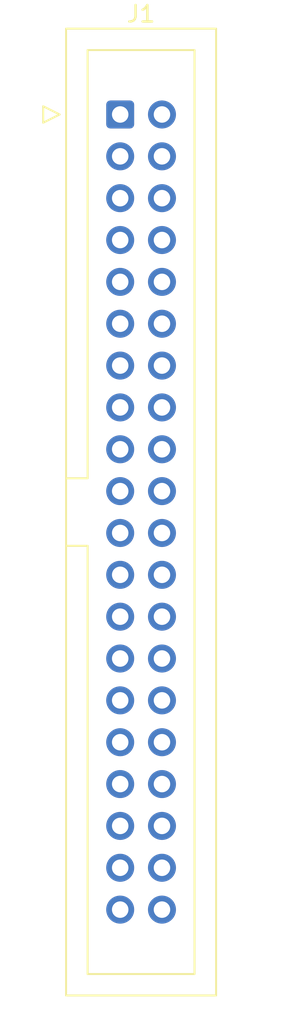
<source format=kicad_pcb>
(kicad_pcb (version 20240108) (generator "pcbnew") (generator_version "8.0")
  (layers (0 "F.Cu" signal) (31 "B.Cu" signal) (34 "B.Paste" user) (35 "F.Paste" user) (36 "B.SilkS" user "B.Silkscreen") (37 "F.SilkS" user "F.Silkscreen") (38 "B.Mask" user) (39 "F.Mask" user) (44 "Edge.Cuts" user))
  (net 0 "")
  (net 1 "/EXT_MISO")
  (net 2 "/EXT_SCLK")
  (net 3 "GND")
  (net 4 "/SW0")
  (net 5 "/CS0")
  (net 6 "/CS2")
  (net 7 "/CS1")
  (net 8 "/CS11")
  (net 9 "/CS14")
  (net 10 "/CS13")
  (net 11 "/SW7")
  (net 12 "/SW2")
  (net 13 "/SW5")
  (net 14 "/SW4")
  (net 15 "/CS16")
  (net 16 "/CS9")
  (net 17 "/CS17")
  (net 18 "/CS12")
  (net 19 "/CS8")
  (net 21 "/SW6")
  (net 22 "/CS10")
  (net 23 "/Ext_CS1")
  (net 24 "/SW9")
  (net 25 "/CS6")
  (net 26 "/EXT_VSYNC")
  (net 27 "/SW10")
  (net 28 "/CS4")
  (net 29 "/Ext_CS0")
  (net 30 "+5V")
  (net 31 "/CS7")
  (net 32 "/SW8")
  (net 33 "/CS3")
  (net 34 "/EXT_MOSI")
  (net 35 "/SW3")
  (net 36 "/Ext_CS2")
  (net 37 "/SW1")
  (net 38 "/CS15")
  (net 39 "/CS5")
  (footprint "Connector_IDC:IDC-Header_2x20_P2.54mm_Vertical" (layer "F.Cu") (at 28.46 29.74)
    (property "Reference" "J1" (at 1.27 -6.1 0) (layer "F.SilkS"))
    (property "Value" "Conn_02x20_Odd_Even")
    (fp_line (start -4.68 -0.5) (end -4.68 0.5) (stroke (width 0.12)) (layer "F.SilkS"))
    (fp_line (start -4.68 0.5) (end -3.68 0) (stroke (width 0.12)) (layer "F.SilkS"))
    (fp_line (start -3.68 0) (end -4.68 -0.5) (stroke (width 0.12)) (layer "F.SilkS"))
    (fp_line (start -3.29 -5.21) (end 5.83 -5.21) (stroke (width 0.12)) (layer "F.SilkS"))
    (fp_line (start -3.29 22.08) (end -1.98 22.08) (stroke (width 0.12)) (layer "F.SilkS"))
    (fp_line (start -3.29 53.47) (end -3.29 -5.21) (stroke (width 0.12)) (layer "F.SilkS"))
    (fp_line (start -1.98 -3.91) (end 4.52 -3.91) (stroke (width 0.12)) (layer "F.SilkS"))
    (fp_line (start -1.98 22.08) (end -1.98 -3.91) (stroke (width 0.12)) (layer "F.SilkS"))
    (fp_line (start -1.98 26.18) (end -3.29 26.18) (stroke (width 0.12)) (layer "F.SilkS"))
    (fp_line (start -1.98 26.18) (end -1.98 26.18) (stroke (width 0.12)) (layer "F.SilkS"))
    (fp_line (start -1.98 52.17) (end -1.98 26.18) (stroke (width 0.12)) (layer "F.SilkS"))
    (fp_line (start 4.52 -3.91) (end 4.52 52.17) (stroke (width 0.12)) (layer "F.SilkS"))
    (fp_line (start 4.52 52.17) (end -1.98 52.17) (stroke (width 0.12)) (layer "F.SilkS"))
    (fp_line (start 5.83 -5.21) (end 5.83 53.47) (stroke (width 0.12)) (layer "F.SilkS"))
    (fp_line (start 5.83 53.47) (end -3.29 53.47) (stroke (width 0.12)) (layer "F.SilkS"))
    (pad "1" thru_hole roundrect (at 0 0) (size 1.7 1.7) (drill 1) (layers "*.Cu" "*.Mask") (roundrect_rratio 0.147059) (net 7 "/CS1"))
    (pad "2" thru_hole circle (at 2.54 0) (size 1.7 1.7) (drill 1) (layers "*.Cu" "*.Mask") (net 5 "/CS0"))
    (pad "3" thru_hole circle (at 0 2.54) (size 1.7 1.7) (drill 1) (layers "*.Cu" "*.Mask") (net 33 "/CS3"))
    (pad "4" thru_hole circle (at 2.54 2.54) (size 1.7 1.7) (drill 1) (layers "*.Cu" "*.Mask") (net 6 "/CS2"))
    (pad "5" thru_hole circle (at 0 5.08) (size 1.7 1.7) (drill 1) (layers "*.Cu" "*.Mask") (net 39 "/CS5"))
    (pad "6" thru_hole circle (at 2.54 5.08) (size 1.7 1.7) (drill 1) (layers "*.Cu" "*.Mask") (net 28 "/CS4"))
    (pad "7" thru_hole circle (at 0 7.62) (size 1.7 1.7) (drill 1) (layers "*.Cu" "*.Mask") (net 31 "/CS7"))
    (pad "8" thru_hole circle (at 2.54 7.62) (size 1.7 1.7) (drill 1) (layers "*.Cu" "*.Mask") (net 25 "/CS6"))
    (pad "9" thru_hole circle (at 0 10.16) (size 1.7 1.7) (drill 1) (layers "*.Cu" "*.Mask") (net 37 "/SW1"))
    (pad "10" thru_hole circle (at 2.54 10.16) (size 1.7 1.7) (drill 1) (layers "*.Cu" "*.Mask") (net 19 "/CS8"))
    (pad "11" thru_hole circle (at 0 12.7) (size 1.7 1.7) (drill 1) (layers "*.Cu" "*.Mask") (net 35 "/SW3"))
    (pad "12" thru_hole circle (at 2.54 12.7) (size 1.7 1.7) (drill 1) (layers "*.Cu" "*.Mask") (net 4 "/SW0"))
    (pad "13" thru_hole circle (at 0 15.24) (size 1.7 1.7) (drill 1) (layers "*.Cu" "*.Mask") (net 13 "/SW5"))
    (pad "14" thru_hole circle (at 2.54 15.24) (size 1.7 1.7) (drill 1) (layers "*.Cu" "*.Mask") (net 12 "/SW2"))
    (pad "15" thru_hole circle (at 0 17.78) (size 1.7 1.7) (drill 1) (layers "*.Cu" "*.Mask") (net 11 "/SW7"))
    (pad "16" thru_hole circle (at 2.54 17.78) (size 1.7 1.7) (drill 1) (layers "*.Cu" "*.Mask") (net 14 "/SW4"))
    (pad "17" thru_hole circle (at 0 20.32) (size 1.7 1.7) (drill 1) (layers "*.Cu" "*.Mask") (net 24 "/SW9"))
    (pad "18" thru_hole circle (at 2.54 20.32) (size 1.7 1.7) (drill 1) (layers "*.Cu" "*.Mask") (net 21 "/SW6"))
    (pad "19" thru_hole circle (at 0 22.86) (size 1.7 1.7) (drill 1) (layers "*.Cu" "*.Mask") (net 32 "/SW8"))
    (pad "20" thru_hole circle (at 2.54 22.86) (size 1.7 1.7) (drill 1) (layers "*.Cu" "*.Mask"))
    (pad "21" thru_hole circle (at 0 25.4) (size 1.7 1.7) (drill 1) (layers "*.Cu" "*.Mask") (net 27 "/SW10"))
    (pad "22" thru_hole circle (at 2.54 25.4) (size 1.7 1.7) (drill 1) (layers "*.Cu" "*.Mask") (net 16 "/CS9"))
    (pad "23" thru_hole circle (at 0 27.94) (size 1.7 1.7) (drill 1) (layers "*.Cu" "*.Mask") (net 22 "/CS10"))
    (pad "24" thru_hole circle (at 2.54 27.94) (size 1.7 1.7) (drill 1) (layers "*.Cu" "*.Mask") (net 8 "/CS11"))
    (pad "25" thru_hole circle (at 0 30.48) (size 1.7 1.7) (drill 1) (layers "*.Cu" "*.Mask") (net 18 "/CS12"))
    (pad "26" thru_hole circle (at 2.54 30.48) (size 1.7 1.7) (drill 1) (layers "*.Cu" "*.Mask") (net 10 "/CS13"))
    (pad "27" thru_hole circle (at 0 33.02) (size 1.7 1.7) (drill 1) (layers "*.Cu" "*.Mask") (net 9 "/CS14"))
    (pad "28" thru_hole circle (at 2.54 33.02) (size 1.7 1.7) (drill 1) (layers "*.Cu" "*.Mask") (net 38 "/CS15"))
    (pad "29" thru_hole circle (at 0 35.56) (size 1.7 1.7) (drill 1) (layers "*.Cu" "*.Mask") (net 15 "/CS16"))
    (pad "30" thru_hole circle (at 2.54 35.56) (size 1.7 1.7) (drill 1) (layers "*.Cu" "*.Mask") (net 17 "/CS17"))
    (pad "31" thru_hole circle (at 0 38.1) (size 1.7 1.7) (drill 1) (layers "*.Cu" "*.Mask") (net 30 "+5V"))
    (pad "32" thru_hole circle (at 2.54 38.1) (size 1.7 1.7) (drill 1) (layers "*.Cu" "*.Mask") (net 2 "/EXT_SCLK"))
    (pad "33" thru_hole circle (at 0 40.64) (size 1.7 1.7) (drill 1) (layers "*.Cu" "*.Mask") (net 3 "GND"))
    (pad "34" thru_hole circle (at 2.54 40.64) (size 1.7 1.7) (drill 1) (layers "*.Cu" "*.Mask") (net 34 "/EXT_MOSI"))
    (pad "35" thru_hole circle (at 0 43.18) (size 1.7 1.7) (drill 1) (layers "*.Cu" "*.Mask") (net 26 "/EXT_VSYNC"))
    (pad "36" thru_hole circle (at 2.54 43.18) (size 1.7 1.7) (drill 1) (layers "*.Cu" "*.Mask") (net 1 "/EXT_MISO"))
    (pad "37" thru_hole circle (at 0 45.72) (size 1.7 1.7) (drill 1) (layers "*.Cu" "*.Mask") (net 3 "GND"))
    (pad "38" thru_hole circle (at 2.54 45.72) (size 1.7 1.7) (drill 1) (layers "*.Cu" "*.Mask") (net 29 "/Ext_CS0"))
    (pad "39" thru_hole circle (at 0 48.26) (size 1.7 1.7) (drill 1) (layers "*.Cu" "*.Mask") (net 23 "/Ext_CS1"))
    (pad "40" thru_hole circle (at 2.54 48.26) (size 1.7 1.7) (drill 1) (layers "*.Cu" "*.Mask") (net 36 "/Ext_CS2"))
  )
)
</source>
